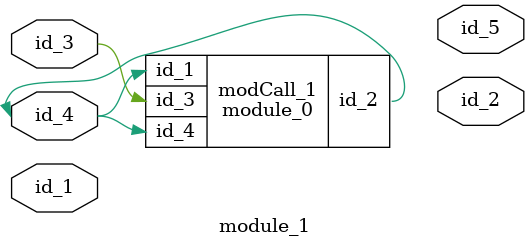
<source format=v>
module module_0 (
    id_1,
    id_2,
    id_3,
    id_4
);
  input wire id_4;
  input wire id_3;
  output wire id_2;
  input wire id_1;
  wire id_5;
  assign id_2 = id_3;
  assign id_2 = 1 ? id_3 : id_4;
endmodule
module module_1 (
    id_1,
    id_2,
    id_3,
    id_4,
    id_5
);
  output wire id_5;
  inout wire id_4;
  inout wire id_3;
  output wire id_2;
  inout wire id_1;
  always @(posedge id_3) begin : LABEL_0
    if (1'b0) id_3 = 1;
  end
  module_0 modCall_1 (
      id_4,
      id_4,
      id_3,
      id_4
  );
endmodule

</source>
